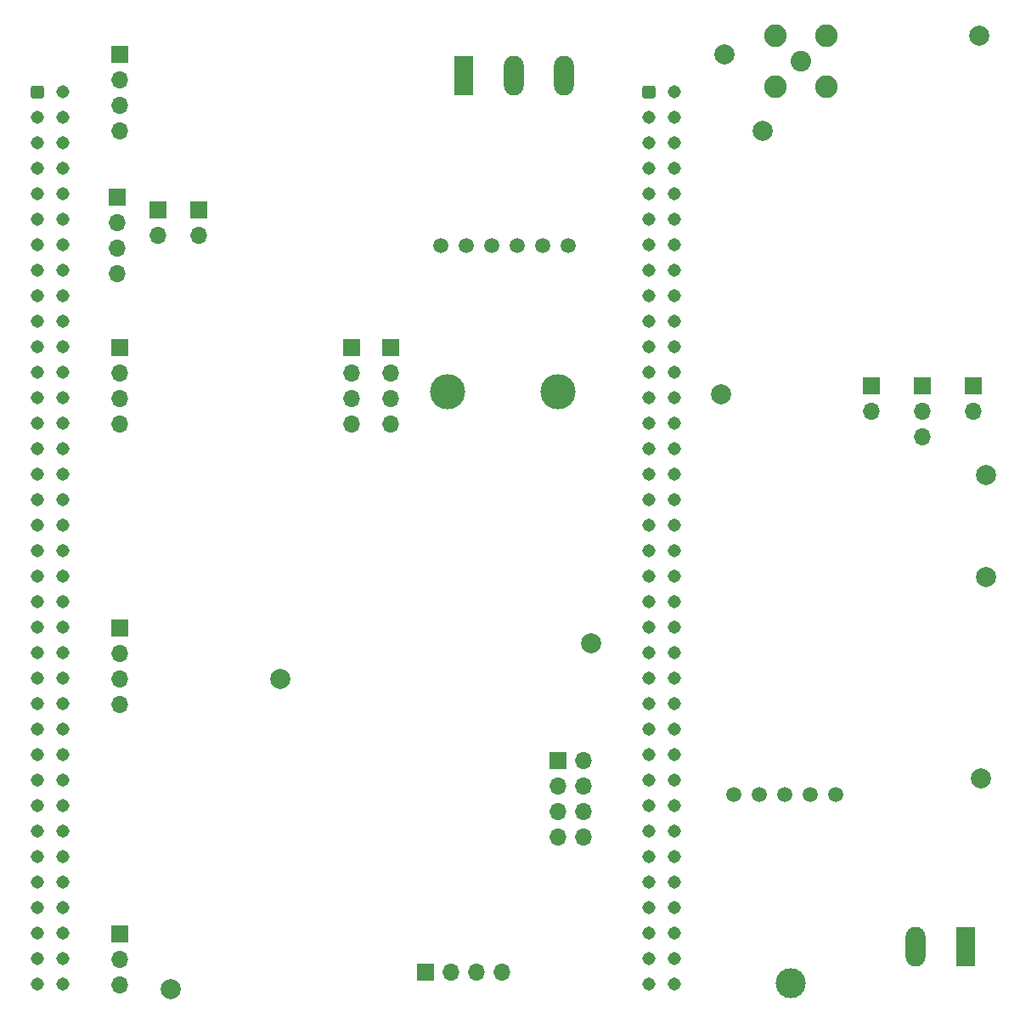
<source format=gbr>
G04 #@! TF.GenerationSoftware,KiCad,Pcbnew,(5.1.12)-1*
G04 #@! TF.CreationDate,2021-12-06T17:39:21+10:00*
G04 #@! TF.ProjectId,stmsplat2,73746d73-706c-4617-9432-2e6b69636164,rev?*
G04 #@! TF.SameCoordinates,Original*
G04 #@! TF.FileFunction,Soldermask,Bot*
G04 #@! TF.FilePolarity,Negative*
%FSLAX46Y46*%
G04 Gerber Fmt 4.6, Leading zero omitted, Abs format (unit mm)*
G04 Created by KiCad (PCBNEW (5.1.12)-1) date 2021-12-06 17:39:21*
%MOMM*%
%LPD*%
G01*
G04 APERTURE LIST*
%ADD10C,3.000000*%
%ADD11C,1.520000*%
%ADD12O,1.700000X1.700000*%
%ADD13R,1.700000X1.700000*%
%ADD14C,2.000000*%
%ADD15C,1.310000*%
%ADD16C,2.250000*%
%ADD17C,2.050000*%
%ADD18R,1.980000X3.960000*%
%ADD19O,1.980000X3.960000*%
%ADD20C,3.500000*%
G04 APERTURE END LIST*
D10*
X130404000Y-162382000D03*
D11*
X124714000Y-143562000D03*
X127254000Y-143562000D03*
X132334000Y-143562000D03*
X129794000Y-143562000D03*
X134874000Y-143562000D03*
D12*
X71374000Y-87884000D03*
D13*
X71374000Y-85344000D03*
D12*
X67335400Y-87884000D03*
D13*
X67335400Y-85344000D03*
D14*
X79502000Y-132080000D03*
X123825000Y-69850000D03*
X149860000Y-121920000D03*
X127635000Y-77470000D03*
X110490000Y-128524000D03*
D12*
X63500000Y-106680000D03*
X63500000Y-104140000D03*
X63500000Y-101600000D03*
D13*
X63500000Y-99060000D03*
D15*
X57861200Y-162483800D03*
X57861200Y-159943800D03*
X57861200Y-157403800D03*
X57861200Y-154863800D03*
X57861200Y-152323800D03*
X57861200Y-149783800D03*
X57861200Y-147243800D03*
X57861200Y-144703800D03*
X57861200Y-142163800D03*
X57861200Y-139623800D03*
X57861200Y-137083800D03*
X57861200Y-134543800D03*
X57861200Y-132003800D03*
X57861200Y-129463800D03*
X57861200Y-126923800D03*
X57861200Y-124383800D03*
X57861200Y-121843800D03*
X57861200Y-119303800D03*
X57861200Y-116763800D03*
X57861200Y-114223800D03*
X57861200Y-111683800D03*
X57861200Y-109143800D03*
X57861200Y-106603800D03*
X57861200Y-104063800D03*
X57861200Y-101523800D03*
X57861200Y-98983800D03*
X57861200Y-96443800D03*
X57861200Y-93903800D03*
X57861200Y-91363800D03*
X57861200Y-88823800D03*
X57861200Y-86283800D03*
X57861200Y-83743800D03*
X57861200Y-81203800D03*
X57861200Y-78663800D03*
X57861200Y-76123800D03*
X57861200Y-73583800D03*
X55321200Y-162483800D03*
X55321200Y-159943800D03*
X55321200Y-157403800D03*
X55321200Y-154863800D03*
X55321200Y-152323800D03*
X55321200Y-149783800D03*
X55321200Y-147243800D03*
X55321200Y-144703800D03*
X55321200Y-142163800D03*
X55321200Y-139623800D03*
X55321200Y-137083800D03*
X55321200Y-134543800D03*
X55321200Y-132003800D03*
X55321200Y-129463800D03*
X55321200Y-126923800D03*
X55321200Y-124383800D03*
X55321200Y-121843800D03*
X55321200Y-119303800D03*
X55321200Y-116763800D03*
X55321200Y-114223800D03*
X55321200Y-111683800D03*
X55321200Y-109143800D03*
X55321200Y-106603800D03*
X55321200Y-104063800D03*
X55321200Y-101523800D03*
X55321200Y-98983800D03*
X55321200Y-96443800D03*
X55321200Y-93903800D03*
X55321200Y-91363800D03*
X55321200Y-88823800D03*
X55321200Y-86283800D03*
X55321200Y-83743800D03*
X55321200Y-81203800D03*
X55321200Y-78663800D03*
X55321200Y-76123800D03*
G36*
G01*
X54916200Y-72928800D02*
X55726200Y-72928800D01*
G75*
G02*
X55976200Y-73178800I0J-250000D01*
G01*
X55976200Y-73988800D01*
G75*
G02*
X55726200Y-74238800I-250000J0D01*
G01*
X54916200Y-74238800D01*
G75*
G02*
X54666200Y-73988800I0J250000D01*
G01*
X54666200Y-73178800D01*
G75*
G02*
X54916200Y-72928800I250000J0D01*
G01*
G37*
X118821000Y-162483800D03*
X118821000Y-159943800D03*
X118821000Y-157403800D03*
X118821000Y-154863800D03*
X118821000Y-152323800D03*
X118821000Y-149783800D03*
X118821000Y-147243800D03*
X118821000Y-144703800D03*
X118821000Y-142163800D03*
X118821000Y-139623800D03*
X118821000Y-137083800D03*
X118821000Y-134543800D03*
X118821000Y-132003800D03*
X118821000Y-129463800D03*
X118821000Y-126923800D03*
X118821000Y-124383800D03*
X118821000Y-121843800D03*
X118821000Y-119303800D03*
X118821000Y-116763800D03*
X118821000Y-114223800D03*
X118821000Y-111683800D03*
X118821000Y-109143800D03*
X118821000Y-106603800D03*
X118821000Y-104063800D03*
X118821000Y-101523800D03*
X118821000Y-98983800D03*
X118821000Y-96443800D03*
X118821000Y-93903800D03*
X118821000Y-91363800D03*
X118821000Y-88823800D03*
X118821000Y-86283800D03*
X118821000Y-83743800D03*
X118821000Y-81203800D03*
X118821000Y-78663800D03*
X118821000Y-76123800D03*
X118821000Y-73583800D03*
X116281000Y-162483800D03*
X116281000Y-159943800D03*
X116281000Y-157403800D03*
X116281000Y-154863800D03*
X116281000Y-152323800D03*
X116281000Y-149783800D03*
X116281000Y-147243800D03*
X116281000Y-144703800D03*
X116281000Y-142163800D03*
X116281000Y-139623800D03*
X116281000Y-137083800D03*
X116281000Y-134543800D03*
X116281000Y-132003800D03*
X116281000Y-129463800D03*
X116281000Y-126923800D03*
X116281000Y-124383800D03*
X116281000Y-121843800D03*
X116281000Y-119303800D03*
X116281000Y-116763800D03*
X116281000Y-114223800D03*
X116281000Y-111683800D03*
X116281000Y-109143800D03*
X116281000Y-106603800D03*
X116281000Y-104063800D03*
X116281000Y-101523800D03*
X116281000Y-98983800D03*
X116281000Y-96443800D03*
X116281000Y-93903800D03*
X116281000Y-91363800D03*
X116281000Y-88823800D03*
X116281000Y-86283800D03*
X116281000Y-83743800D03*
X116281000Y-81203800D03*
X116281000Y-78663800D03*
X116281000Y-76123800D03*
G36*
G01*
X115876000Y-72928800D02*
X116686000Y-72928800D01*
G75*
G02*
X116936000Y-73178800I0J-250000D01*
G01*
X116936000Y-73988800D01*
G75*
G02*
X116686000Y-74238800I-250000J0D01*
G01*
X115876000Y-74238800D01*
G75*
G02*
X115626000Y-73988800I0J250000D01*
G01*
X115626000Y-73178800D01*
G75*
G02*
X115876000Y-72928800I250000J0D01*
G01*
G37*
D12*
X63246000Y-91694000D03*
X63246000Y-89154000D03*
X63246000Y-86614000D03*
D13*
X63246000Y-84074000D03*
D12*
X90551000Y-106680000D03*
X90551000Y-104140000D03*
X90551000Y-101600000D03*
D13*
X90551000Y-99060000D03*
D12*
X86614000Y-106680000D03*
X86614000Y-104140000D03*
X86614000Y-101600000D03*
D13*
X86614000Y-99060000D03*
D16*
X128905000Y-73025000D03*
X128905000Y-67945000D03*
X133985000Y-67945000D03*
X133985000Y-73025000D03*
D17*
X131445000Y-70485000D03*
D14*
X68580000Y-163000000D03*
X149352000Y-141986000D03*
X149860000Y-111760000D03*
X123508000Y-103696000D03*
X149225000Y-67945000D03*
D13*
X63500000Y-127000000D03*
D12*
X63500000Y-129540000D03*
X63500000Y-132080000D03*
X63500000Y-134620000D03*
X143510000Y-107950000D03*
X143510000Y-105410000D03*
D13*
X143510000Y-102870000D03*
X148590000Y-102870000D03*
D12*
X148590000Y-105410000D03*
D13*
X138430000Y-102870000D03*
D12*
X138430000Y-105410000D03*
D18*
X97790000Y-71983600D03*
D19*
X102790000Y-71983600D03*
X107790000Y-71983600D03*
D18*
X147853000Y-158725000D03*
D19*
X142853000Y-158725000D03*
D13*
X107188000Y-140208000D03*
D12*
X109728000Y-140208000D03*
X107188000Y-142748000D03*
X109728000Y-142748000D03*
X107188000Y-145288000D03*
X109728000Y-145288000D03*
X107188000Y-147828000D03*
X109728000Y-147828000D03*
D13*
X63500000Y-69850000D03*
D12*
X63500000Y-72390000D03*
X63500000Y-74930000D03*
X63500000Y-77470000D03*
D13*
X63500000Y-157480000D03*
D12*
X63500000Y-160020000D03*
X63500000Y-162560000D03*
D13*
X93980000Y-161290000D03*
D12*
X96520000Y-161290000D03*
X99060000Y-161290000D03*
X101600000Y-161290000D03*
D20*
X96220000Y-103410000D03*
D11*
X100600000Y-88910000D03*
X98060000Y-88910000D03*
X95520000Y-88910000D03*
D20*
X107220000Y-103410000D03*
D11*
X108220000Y-88910000D03*
X105680000Y-88910000D03*
X103140000Y-88910000D03*
M02*

</source>
